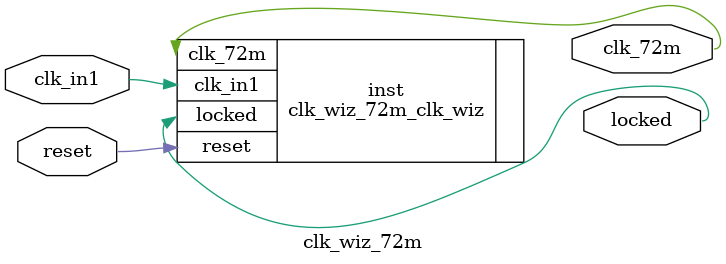
<source format=v>


`timescale 1ps/1ps

(* CORE_GENERATION_INFO = "clk_wiz_72m,clk_wiz_v6_0_2_0_0,{component_name=clk_wiz_72m,use_phase_alignment=true,use_min_o_jitter=false,use_max_i_jitter=false,use_dyn_phase_shift=false,use_inclk_switchover=false,use_dyn_reconfig=false,enable_axi=0,feedback_source=FDBK_AUTO,PRIMITIVE=MMCM,num_out_clk=1,clkin1_period=20.000,clkin2_period=10.0,use_power_down=false,use_reset=true,use_locked=true,use_inclk_stopped=false,feedback_type=SINGLE,CLOCK_MGR_TYPE=NA,manual_override=false}" *)

module clk_wiz_72m 
 (
  // Clock out ports
  output        clk_72m,
  // Status and control signals
  input         reset,
  output        locked,
 // Clock in ports
  input         clk_in1
 );

  clk_wiz_72m_clk_wiz inst
  (
  // Clock out ports  
  .clk_72m(clk_72m),
  // Status and control signals               
  .reset(reset), 
  .locked(locked),
 // Clock in ports
  .clk_in1(clk_in1)
  );

endmodule

</source>
